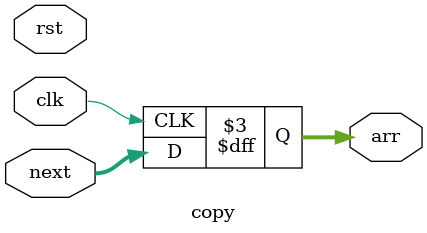
<source format=v>
`timescale 1ns / 1ps
module copy(input clk, input[255:0] next,output reg [255:0]arr,input rst
    );
	 integer i,j,k;
always@(posedge clk) begin
for(i=0;i<256;i=i+1) begin
arr[i] <= next[i];
end
 end
endmodule

</source>
